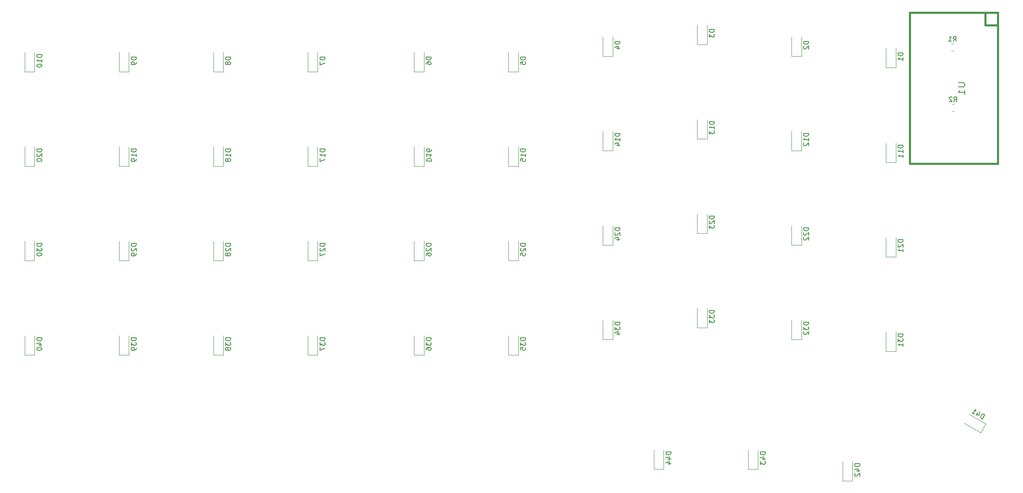
<source format=gbr>
%TF.GenerationSoftware,KiCad,Pcbnew,(5.1.9-0-10_14)*%
%TF.CreationDate,2021-04-10T22:10:23-05:00*%
%TF.ProjectId,wren-left,7772656e-2d6c-4656-9674-2e6b69636164,rev?*%
%TF.SameCoordinates,Original*%
%TF.FileFunction,Legend,Bot*%
%TF.FilePolarity,Positive*%
%FSLAX46Y46*%
G04 Gerber Fmt 4.6, Leading zero omitted, Abs format (unit mm)*
G04 Created by KiCad (PCBNEW (5.1.9-0-10_14)) date 2021-04-10 22:10:23*
%MOMM*%
%LPD*%
G01*
G04 APERTURE LIST*
%ADD10C,0.381000*%
%ADD11C,0.120000*%
%ADD12C,0.203200*%
%ADD13C,0.150000*%
G04 APERTURE END LIST*
D10*
%TO.C,U1*%
X232410000Y-26828750D02*
X250190000Y-26828750D01*
X250190000Y-26828750D02*
X250190000Y-57308750D01*
X250190000Y-57308750D02*
X232410000Y-57308750D01*
X232410000Y-57308750D02*
X232410000Y-26828750D01*
X247650000Y-26828750D02*
X247650000Y-29368750D01*
X247650000Y-29368750D02*
X250190000Y-29368750D01*
D11*
%TO.C,R2*%
X241400064Y-45239000D02*
X240945936Y-45239000D01*
X241400064Y-46709000D02*
X240945936Y-46709000D01*
%TO.C,R1*%
X241273064Y-33047000D02*
X240818936Y-33047000D01*
X241273064Y-34517000D02*
X240818936Y-34517000D01*
%TO.C,D44*%
X182768750Y-118931250D02*
X180768750Y-118931250D01*
X180768750Y-118931250D02*
X180768750Y-115031250D01*
X182768750Y-118931250D02*
X182768750Y-115031250D01*
%TO.C,D43*%
X201818750Y-118931250D02*
X199818750Y-118931250D01*
X199818750Y-118931250D02*
X199818750Y-115031250D01*
X201818750Y-118931250D02*
X201818750Y-115031250D01*
%TO.C,D42*%
X220868750Y-121312500D02*
X218868750Y-121312500D01*
X218868750Y-121312500D02*
X218868750Y-117412500D01*
X220868750Y-121312500D02*
X220868750Y-117412500D01*
%TO.C,D41*%
X247717307Y-109796475D02*
X246717307Y-111528525D01*
X246717307Y-111528525D02*
X243339808Y-109578525D01*
X247717307Y-109796475D02*
X244339808Y-107846475D01*
%TO.C,D40*%
X55768750Y-95912500D02*
X53768750Y-95912500D01*
X53768750Y-95912500D02*
X53768750Y-92012500D01*
X55768750Y-95912500D02*
X55768750Y-92012500D01*
%TO.C,D39*%
X74818750Y-95912500D02*
X72818750Y-95912500D01*
X72818750Y-95912500D02*
X72818750Y-92012500D01*
X74818750Y-95912500D02*
X74818750Y-92012500D01*
%TO.C,D38*%
X93868750Y-95912500D02*
X91868750Y-95912500D01*
X91868750Y-95912500D02*
X91868750Y-92012500D01*
X93868750Y-95912500D02*
X93868750Y-92012500D01*
%TO.C,D37*%
X112918750Y-95912500D02*
X110918750Y-95912500D01*
X110918750Y-95912500D02*
X110918750Y-92012500D01*
X112918750Y-95912500D02*
X112918750Y-92012500D01*
%TO.C,D36*%
X134350000Y-95912500D02*
X132350000Y-95912500D01*
X132350000Y-95912500D02*
X132350000Y-92012500D01*
X134350000Y-95912500D02*
X134350000Y-92012500D01*
%TO.C,D35*%
X153400000Y-95912500D02*
X151400000Y-95912500D01*
X151400000Y-95912500D02*
X151400000Y-92012500D01*
X153400000Y-95912500D02*
X153400000Y-92012500D01*
%TO.C,D34*%
X172450000Y-92737500D02*
X170450000Y-92737500D01*
X170450000Y-92737500D02*
X170450000Y-88837500D01*
X172450000Y-92737500D02*
X172450000Y-88837500D01*
%TO.C,D33*%
X191500000Y-90356250D02*
X189500000Y-90356250D01*
X189500000Y-90356250D02*
X189500000Y-86456250D01*
X191500000Y-90356250D02*
X191500000Y-86456250D01*
%TO.C,D32*%
X210550000Y-92737500D02*
X208550000Y-92737500D01*
X208550000Y-92737500D02*
X208550000Y-88837500D01*
X210550000Y-92737500D02*
X210550000Y-88837500D01*
%TO.C,D31*%
X229600000Y-95118750D02*
X227600000Y-95118750D01*
X227600000Y-95118750D02*
X227600000Y-91218750D01*
X229600000Y-95118750D02*
X229600000Y-91218750D01*
%TO.C,D30*%
X55768750Y-76862500D02*
X53768750Y-76862500D01*
X53768750Y-76862500D02*
X53768750Y-72962500D01*
X55768750Y-76862500D02*
X55768750Y-72962500D01*
%TO.C,D29*%
X74818750Y-76862500D02*
X72818750Y-76862500D01*
X72818750Y-76862500D02*
X72818750Y-72962500D01*
X74818750Y-76862500D02*
X74818750Y-72962500D01*
%TO.C,D28*%
X93868750Y-76862500D02*
X91868750Y-76862500D01*
X91868750Y-76862500D02*
X91868750Y-72962500D01*
X93868750Y-76862500D02*
X93868750Y-72962500D01*
%TO.C,D27*%
X112918750Y-76862500D02*
X110918750Y-76862500D01*
X110918750Y-76862500D02*
X110918750Y-72962500D01*
X112918750Y-76862500D02*
X112918750Y-72962500D01*
%TO.C,D26*%
X134350000Y-76862500D02*
X132350000Y-76862500D01*
X132350000Y-76862500D02*
X132350000Y-72962500D01*
X134350000Y-76862500D02*
X134350000Y-72962500D01*
%TO.C,D25*%
X153400000Y-76862500D02*
X151400000Y-76862500D01*
X151400000Y-76862500D02*
X151400000Y-72962500D01*
X153400000Y-76862500D02*
X153400000Y-72962500D01*
%TO.C,D24*%
X172450000Y-73687500D02*
X170450000Y-73687500D01*
X170450000Y-73687500D02*
X170450000Y-69787500D01*
X172450000Y-73687500D02*
X172450000Y-69787500D01*
%TO.C,D23*%
X191500000Y-71306250D02*
X189500000Y-71306250D01*
X189500000Y-71306250D02*
X189500000Y-67406250D01*
X191500000Y-71306250D02*
X191500000Y-67406250D01*
%TO.C,D22*%
X210550000Y-73687500D02*
X208550000Y-73687500D01*
X208550000Y-73687500D02*
X208550000Y-69787500D01*
X210550000Y-73687500D02*
X210550000Y-69787500D01*
%TO.C,D21*%
X229600000Y-76068750D02*
X227600000Y-76068750D01*
X227600000Y-76068750D02*
X227600000Y-72168750D01*
X229600000Y-76068750D02*
X229600000Y-72168750D01*
%TO.C,D20*%
X55768750Y-57812500D02*
X53768750Y-57812500D01*
X53768750Y-57812500D02*
X53768750Y-53912500D01*
X55768750Y-57812500D02*
X55768750Y-53912500D01*
%TO.C,D19*%
X74818750Y-57812500D02*
X72818750Y-57812500D01*
X72818750Y-57812500D02*
X72818750Y-53912500D01*
X74818750Y-57812500D02*
X74818750Y-53912500D01*
%TO.C,D18*%
X93868750Y-57812500D02*
X91868750Y-57812500D01*
X91868750Y-57812500D02*
X91868750Y-53912500D01*
X93868750Y-57812500D02*
X93868750Y-53912500D01*
%TO.C,D17*%
X112918750Y-57812500D02*
X110918750Y-57812500D01*
X110918750Y-57812500D02*
X110918750Y-53912500D01*
X112918750Y-57812500D02*
X112918750Y-53912500D01*
%TO.C,D16*%
X134350000Y-57812500D02*
X132350000Y-57812500D01*
X132350000Y-57812500D02*
X132350000Y-53912500D01*
X134350000Y-57812500D02*
X134350000Y-53912500D01*
%TO.C,D15*%
X153400000Y-57812500D02*
X151400000Y-57812500D01*
X151400000Y-57812500D02*
X151400000Y-53912500D01*
X153400000Y-57812500D02*
X153400000Y-53912500D01*
%TO.C,D14*%
X172450000Y-54637500D02*
X170450000Y-54637500D01*
X170450000Y-54637500D02*
X170450000Y-50737500D01*
X172450000Y-54637500D02*
X172450000Y-50737500D01*
%TO.C,D13*%
X191500000Y-52256250D02*
X189500000Y-52256250D01*
X189500000Y-52256250D02*
X189500000Y-48356250D01*
X191500000Y-52256250D02*
X191500000Y-48356250D01*
%TO.C,D12*%
X210550000Y-54637500D02*
X208550000Y-54637500D01*
X208550000Y-54637500D02*
X208550000Y-50737500D01*
X210550000Y-54637500D02*
X210550000Y-50737500D01*
%TO.C,D11*%
X229600000Y-57018750D02*
X227600000Y-57018750D01*
X227600000Y-57018750D02*
X227600000Y-53118750D01*
X229600000Y-57018750D02*
X229600000Y-53118750D01*
%TO.C,D10*%
X55768750Y-38762500D02*
X53768750Y-38762500D01*
X53768750Y-38762500D02*
X53768750Y-34862500D01*
X55768750Y-38762500D02*
X55768750Y-34862500D01*
%TO.C,D9*%
X74818750Y-38762500D02*
X72818750Y-38762500D01*
X72818750Y-38762500D02*
X72818750Y-34862500D01*
X74818750Y-38762500D02*
X74818750Y-34862500D01*
%TO.C,D8*%
X93868750Y-38762500D02*
X91868750Y-38762500D01*
X91868750Y-38762500D02*
X91868750Y-34862500D01*
X93868750Y-38762500D02*
X93868750Y-34862500D01*
%TO.C,D7*%
X112918750Y-38762500D02*
X110918750Y-38762500D01*
X110918750Y-38762500D02*
X110918750Y-34862500D01*
X112918750Y-38762500D02*
X112918750Y-34862500D01*
%TO.C,D6*%
X134350000Y-38762500D02*
X132350000Y-38762500D01*
X132350000Y-38762500D02*
X132350000Y-34862500D01*
X134350000Y-38762500D02*
X134350000Y-34862500D01*
%TO.C,D5*%
X153400000Y-38762500D02*
X151400000Y-38762500D01*
X151400000Y-38762500D02*
X151400000Y-34862500D01*
X153400000Y-38762500D02*
X153400000Y-34862500D01*
%TO.C,D4*%
X172450000Y-35587500D02*
X170450000Y-35587500D01*
X170450000Y-35587500D02*
X170450000Y-31687500D01*
X172450000Y-35587500D02*
X172450000Y-31687500D01*
%TO.C,D3*%
X191500000Y-33206250D02*
X189500000Y-33206250D01*
X189500000Y-33206250D02*
X189500000Y-29306250D01*
X191500000Y-33206250D02*
X191500000Y-29306250D01*
%TO.C,D2*%
X210550000Y-35587500D02*
X208550000Y-35587500D01*
X208550000Y-35587500D02*
X208550000Y-31687500D01*
X210550000Y-35587500D02*
X210550000Y-31687500D01*
%TO.C,D1*%
X229600000Y-37906250D02*
X227600000Y-37906250D01*
X227600000Y-37906250D02*
X227600000Y-34006250D01*
X229600000Y-37906250D02*
X229600000Y-34006250D01*
%TO.C,U1*%
D12*
X242229523Y-40907607D02*
X243257619Y-40907607D01*
X243378571Y-40980178D01*
X243439047Y-41052750D01*
X243499523Y-41197892D01*
X243499523Y-41488178D01*
X243439047Y-41633321D01*
X243378571Y-41705892D01*
X243257619Y-41778464D01*
X242229523Y-41778464D01*
X243499523Y-43302464D02*
X243499523Y-42431607D01*
X243499523Y-42867035D02*
X242229523Y-42867035D01*
X242410952Y-42721892D01*
X242531904Y-42576750D01*
X242592380Y-42431607D01*
%TO.C,R2*%
D13*
X241339666Y-44776380D02*
X241673000Y-44300190D01*
X241911095Y-44776380D02*
X241911095Y-43776380D01*
X241530142Y-43776380D01*
X241434904Y-43824000D01*
X241387285Y-43871619D01*
X241339666Y-43966857D01*
X241339666Y-44109714D01*
X241387285Y-44204952D01*
X241434904Y-44252571D01*
X241530142Y-44300190D01*
X241911095Y-44300190D01*
X240958714Y-43871619D02*
X240911095Y-43824000D01*
X240815857Y-43776380D01*
X240577761Y-43776380D01*
X240482523Y-43824000D01*
X240434904Y-43871619D01*
X240387285Y-43966857D01*
X240387285Y-44062095D01*
X240434904Y-44204952D01*
X241006333Y-44776380D01*
X240387285Y-44776380D01*
%TO.C,R1*%
X241212666Y-32584380D02*
X241546000Y-32108190D01*
X241784095Y-32584380D02*
X241784095Y-31584380D01*
X241403142Y-31584380D01*
X241307904Y-31632000D01*
X241260285Y-31679619D01*
X241212666Y-31774857D01*
X241212666Y-31917714D01*
X241260285Y-32012952D01*
X241307904Y-32060571D01*
X241403142Y-32108190D01*
X241784095Y-32108190D01*
X240260285Y-32584380D02*
X240831714Y-32584380D01*
X240546000Y-32584380D02*
X240546000Y-31584380D01*
X240641238Y-31727238D01*
X240736476Y-31822476D01*
X240831714Y-31870095D01*
%TO.C,D44*%
X184221130Y-115466964D02*
X183221130Y-115466964D01*
X183221130Y-115705059D01*
X183268750Y-115847916D01*
X183363988Y-115943154D01*
X183459226Y-115990773D01*
X183649702Y-116038392D01*
X183792559Y-116038392D01*
X183983035Y-115990773D01*
X184078273Y-115943154D01*
X184173511Y-115847916D01*
X184221130Y-115705059D01*
X184221130Y-115466964D01*
X183554464Y-116895535D02*
X184221130Y-116895535D01*
X183173511Y-116657440D02*
X183887797Y-116419345D01*
X183887797Y-117038392D01*
X183554464Y-117847916D02*
X184221130Y-117847916D01*
X183173511Y-117609821D02*
X183887797Y-117371726D01*
X183887797Y-117990773D01*
%TO.C,D43*%
X203271130Y-115466964D02*
X202271130Y-115466964D01*
X202271130Y-115705059D01*
X202318750Y-115847916D01*
X202413988Y-115943154D01*
X202509226Y-115990773D01*
X202699702Y-116038392D01*
X202842559Y-116038392D01*
X203033035Y-115990773D01*
X203128273Y-115943154D01*
X203223511Y-115847916D01*
X203271130Y-115705059D01*
X203271130Y-115466964D01*
X202604464Y-116895535D02*
X203271130Y-116895535D01*
X202223511Y-116657440D02*
X202937797Y-116419345D01*
X202937797Y-117038392D01*
X202271130Y-117324107D02*
X202271130Y-117943154D01*
X202652083Y-117609821D01*
X202652083Y-117752678D01*
X202699702Y-117847916D01*
X202747321Y-117895535D01*
X202842559Y-117943154D01*
X203080654Y-117943154D01*
X203175892Y-117895535D01*
X203223511Y-117847916D01*
X203271130Y-117752678D01*
X203271130Y-117466964D01*
X203223511Y-117371726D01*
X203175892Y-117324107D01*
%TO.C,D42*%
X222321130Y-117848214D02*
X221321130Y-117848214D01*
X221321130Y-118086309D01*
X221368750Y-118229166D01*
X221463988Y-118324404D01*
X221559226Y-118372023D01*
X221749702Y-118419642D01*
X221892559Y-118419642D01*
X222083035Y-118372023D01*
X222178273Y-118324404D01*
X222273511Y-118229166D01*
X222321130Y-118086309D01*
X222321130Y-117848214D01*
X221654464Y-119276785D02*
X222321130Y-119276785D01*
X221273511Y-119038690D02*
X221987797Y-118800595D01*
X221987797Y-119419642D01*
X221416369Y-119752976D02*
X221368750Y-119800595D01*
X221321130Y-119895833D01*
X221321130Y-120133928D01*
X221368750Y-120229166D01*
X221416369Y-120276785D01*
X221511607Y-120324404D01*
X221606845Y-120324404D01*
X221749702Y-120276785D01*
X222321130Y-119705357D01*
X222321130Y-120324404D01*
%TO.C,D41*%
X247094161Y-108804365D02*
X247594161Y-107938339D01*
X247387965Y-107819292D01*
X247240437Y-107789102D01*
X247110340Y-107823962D01*
X247021481Y-107882631D01*
X246885004Y-108023779D01*
X246813575Y-108147497D01*
X246759577Y-108336263D01*
X246753197Y-108442552D01*
X246788056Y-108572649D01*
X246887965Y-108685317D01*
X247094161Y-108804365D01*
X246190315Y-107512729D02*
X245856982Y-108090079D01*
X246586988Y-107301862D02*
X246436042Y-108039499D01*
X245899931Y-107729975D01*
X244949717Y-107566270D02*
X245444589Y-107851984D01*
X245197153Y-107709127D02*
X245697153Y-106843101D01*
X245708203Y-107014438D01*
X245743063Y-107144536D01*
X245801732Y-107233394D01*
%TO.C,D40*%
X57221130Y-92448214D02*
X56221130Y-92448214D01*
X56221130Y-92686309D01*
X56268750Y-92829166D01*
X56363988Y-92924404D01*
X56459226Y-92972023D01*
X56649702Y-93019642D01*
X56792559Y-93019642D01*
X56983035Y-92972023D01*
X57078273Y-92924404D01*
X57173511Y-92829166D01*
X57221130Y-92686309D01*
X57221130Y-92448214D01*
X56554464Y-93876785D02*
X57221130Y-93876785D01*
X56173511Y-93638690D02*
X56887797Y-93400595D01*
X56887797Y-94019642D01*
X56221130Y-94591071D02*
X56221130Y-94686309D01*
X56268750Y-94781547D01*
X56316369Y-94829166D01*
X56411607Y-94876785D01*
X56602083Y-94924404D01*
X56840178Y-94924404D01*
X57030654Y-94876785D01*
X57125892Y-94829166D01*
X57173511Y-94781547D01*
X57221130Y-94686309D01*
X57221130Y-94591071D01*
X57173511Y-94495833D01*
X57125892Y-94448214D01*
X57030654Y-94400595D01*
X56840178Y-94352976D01*
X56602083Y-94352976D01*
X56411607Y-94400595D01*
X56316369Y-94448214D01*
X56268750Y-94495833D01*
X56221130Y-94591071D01*
%TO.C,D39*%
X76271130Y-92448214D02*
X75271130Y-92448214D01*
X75271130Y-92686309D01*
X75318750Y-92829166D01*
X75413988Y-92924404D01*
X75509226Y-92972023D01*
X75699702Y-93019642D01*
X75842559Y-93019642D01*
X76033035Y-92972023D01*
X76128273Y-92924404D01*
X76223511Y-92829166D01*
X76271130Y-92686309D01*
X76271130Y-92448214D01*
X75271130Y-93352976D02*
X75271130Y-93972023D01*
X75652083Y-93638690D01*
X75652083Y-93781547D01*
X75699702Y-93876785D01*
X75747321Y-93924404D01*
X75842559Y-93972023D01*
X76080654Y-93972023D01*
X76175892Y-93924404D01*
X76223511Y-93876785D01*
X76271130Y-93781547D01*
X76271130Y-93495833D01*
X76223511Y-93400595D01*
X76175892Y-93352976D01*
X76271130Y-94448214D02*
X76271130Y-94638690D01*
X76223511Y-94733928D01*
X76175892Y-94781547D01*
X76033035Y-94876785D01*
X75842559Y-94924404D01*
X75461607Y-94924404D01*
X75366369Y-94876785D01*
X75318750Y-94829166D01*
X75271130Y-94733928D01*
X75271130Y-94543452D01*
X75318750Y-94448214D01*
X75366369Y-94400595D01*
X75461607Y-94352976D01*
X75699702Y-94352976D01*
X75794940Y-94400595D01*
X75842559Y-94448214D01*
X75890178Y-94543452D01*
X75890178Y-94733928D01*
X75842559Y-94829166D01*
X75794940Y-94876785D01*
X75699702Y-94924404D01*
%TO.C,D38*%
X95321130Y-92448214D02*
X94321130Y-92448214D01*
X94321130Y-92686309D01*
X94368750Y-92829166D01*
X94463988Y-92924404D01*
X94559226Y-92972023D01*
X94749702Y-93019642D01*
X94892559Y-93019642D01*
X95083035Y-92972023D01*
X95178273Y-92924404D01*
X95273511Y-92829166D01*
X95321130Y-92686309D01*
X95321130Y-92448214D01*
X94321130Y-93352976D02*
X94321130Y-93972023D01*
X94702083Y-93638690D01*
X94702083Y-93781547D01*
X94749702Y-93876785D01*
X94797321Y-93924404D01*
X94892559Y-93972023D01*
X95130654Y-93972023D01*
X95225892Y-93924404D01*
X95273511Y-93876785D01*
X95321130Y-93781547D01*
X95321130Y-93495833D01*
X95273511Y-93400595D01*
X95225892Y-93352976D01*
X94749702Y-94543452D02*
X94702083Y-94448214D01*
X94654464Y-94400595D01*
X94559226Y-94352976D01*
X94511607Y-94352976D01*
X94416369Y-94400595D01*
X94368750Y-94448214D01*
X94321130Y-94543452D01*
X94321130Y-94733928D01*
X94368750Y-94829166D01*
X94416369Y-94876785D01*
X94511607Y-94924404D01*
X94559226Y-94924404D01*
X94654464Y-94876785D01*
X94702083Y-94829166D01*
X94749702Y-94733928D01*
X94749702Y-94543452D01*
X94797321Y-94448214D01*
X94844940Y-94400595D01*
X94940178Y-94352976D01*
X95130654Y-94352976D01*
X95225892Y-94400595D01*
X95273511Y-94448214D01*
X95321130Y-94543452D01*
X95321130Y-94733928D01*
X95273511Y-94829166D01*
X95225892Y-94876785D01*
X95130654Y-94924404D01*
X94940178Y-94924404D01*
X94844940Y-94876785D01*
X94797321Y-94829166D01*
X94749702Y-94733928D01*
%TO.C,D37*%
X114371130Y-92448214D02*
X113371130Y-92448214D01*
X113371130Y-92686309D01*
X113418750Y-92829166D01*
X113513988Y-92924404D01*
X113609226Y-92972023D01*
X113799702Y-93019642D01*
X113942559Y-93019642D01*
X114133035Y-92972023D01*
X114228273Y-92924404D01*
X114323511Y-92829166D01*
X114371130Y-92686309D01*
X114371130Y-92448214D01*
X113371130Y-93352976D02*
X113371130Y-93972023D01*
X113752083Y-93638690D01*
X113752083Y-93781547D01*
X113799702Y-93876785D01*
X113847321Y-93924404D01*
X113942559Y-93972023D01*
X114180654Y-93972023D01*
X114275892Y-93924404D01*
X114323511Y-93876785D01*
X114371130Y-93781547D01*
X114371130Y-93495833D01*
X114323511Y-93400595D01*
X114275892Y-93352976D01*
X113371130Y-94305357D02*
X113371130Y-94972023D01*
X114371130Y-94543452D01*
%TO.C,D36*%
X135802380Y-92448214D02*
X134802380Y-92448214D01*
X134802380Y-92686309D01*
X134850000Y-92829166D01*
X134945238Y-92924404D01*
X135040476Y-92972023D01*
X135230952Y-93019642D01*
X135373809Y-93019642D01*
X135564285Y-92972023D01*
X135659523Y-92924404D01*
X135754761Y-92829166D01*
X135802380Y-92686309D01*
X135802380Y-92448214D01*
X134802380Y-93352976D02*
X134802380Y-93972023D01*
X135183333Y-93638690D01*
X135183333Y-93781547D01*
X135230952Y-93876785D01*
X135278571Y-93924404D01*
X135373809Y-93972023D01*
X135611904Y-93972023D01*
X135707142Y-93924404D01*
X135754761Y-93876785D01*
X135802380Y-93781547D01*
X135802380Y-93495833D01*
X135754761Y-93400595D01*
X135707142Y-93352976D01*
X134802380Y-94829166D02*
X134802380Y-94638690D01*
X134850000Y-94543452D01*
X134897619Y-94495833D01*
X135040476Y-94400595D01*
X135230952Y-94352976D01*
X135611904Y-94352976D01*
X135707142Y-94400595D01*
X135754761Y-94448214D01*
X135802380Y-94543452D01*
X135802380Y-94733928D01*
X135754761Y-94829166D01*
X135707142Y-94876785D01*
X135611904Y-94924404D01*
X135373809Y-94924404D01*
X135278571Y-94876785D01*
X135230952Y-94829166D01*
X135183333Y-94733928D01*
X135183333Y-94543452D01*
X135230952Y-94448214D01*
X135278571Y-94400595D01*
X135373809Y-94352976D01*
%TO.C,D35*%
X154852380Y-92448214D02*
X153852380Y-92448214D01*
X153852380Y-92686309D01*
X153900000Y-92829166D01*
X153995238Y-92924404D01*
X154090476Y-92972023D01*
X154280952Y-93019642D01*
X154423809Y-93019642D01*
X154614285Y-92972023D01*
X154709523Y-92924404D01*
X154804761Y-92829166D01*
X154852380Y-92686309D01*
X154852380Y-92448214D01*
X153852380Y-93352976D02*
X153852380Y-93972023D01*
X154233333Y-93638690D01*
X154233333Y-93781547D01*
X154280952Y-93876785D01*
X154328571Y-93924404D01*
X154423809Y-93972023D01*
X154661904Y-93972023D01*
X154757142Y-93924404D01*
X154804761Y-93876785D01*
X154852380Y-93781547D01*
X154852380Y-93495833D01*
X154804761Y-93400595D01*
X154757142Y-93352976D01*
X153852380Y-94876785D02*
X153852380Y-94400595D01*
X154328571Y-94352976D01*
X154280952Y-94400595D01*
X154233333Y-94495833D01*
X154233333Y-94733928D01*
X154280952Y-94829166D01*
X154328571Y-94876785D01*
X154423809Y-94924404D01*
X154661904Y-94924404D01*
X154757142Y-94876785D01*
X154804761Y-94829166D01*
X154852380Y-94733928D01*
X154852380Y-94495833D01*
X154804761Y-94400595D01*
X154757142Y-94352976D01*
%TO.C,D34*%
X173902380Y-89273214D02*
X172902380Y-89273214D01*
X172902380Y-89511309D01*
X172950000Y-89654166D01*
X173045238Y-89749404D01*
X173140476Y-89797023D01*
X173330952Y-89844642D01*
X173473809Y-89844642D01*
X173664285Y-89797023D01*
X173759523Y-89749404D01*
X173854761Y-89654166D01*
X173902380Y-89511309D01*
X173902380Y-89273214D01*
X172902380Y-90177976D02*
X172902380Y-90797023D01*
X173283333Y-90463690D01*
X173283333Y-90606547D01*
X173330952Y-90701785D01*
X173378571Y-90749404D01*
X173473809Y-90797023D01*
X173711904Y-90797023D01*
X173807142Y-90749404D01*
X173854761Y-90701785D01*
X173902380Y-90606547D01*
X173902380Y-90320833D01*
X173854761Y-90225595D01*
X173807142Y-90177976D01*
X173235714Y-91654166D02*
X173902380Y-91654166D01*
X172854761Y-91416071D02*
X173569047Y-91177976D01*
X173569047Y-91797023D01*
%TO.C,D33*%
X192952380Y-86891964D02*
X191952380Y-86891964D01*
X191952380Y-87130059D01*
X192000000Y-87272916D01*
X192095238Y-87368154D01*
X192190476Y-87415773D01*
X192380952Y-87463392D01*
X192523809Y-87463392D01*
X192714285Y-87415773D01*
X192809523Y-87368154D01*
X192904761Y-87272916D01*
X192952380Y-87130059D01*
X192952380Y-86891964D01*
X191952380Y-87796726D02*
X191952380Y-88415773D01*
X192333333Y-88082440D01*
X192333333Y-88225297D01*
X192380952Y-88320535D01*
X192428571Y-88368154D01*
X192523809Y-88415773D01*
X192761904Y-88415773D01*
X192857142Y-88368154D01*
X192904761Y-88320535D01*
X192952380Y-88225297D01*
X192952380Y-87939583D01*
X192904761Y-87844345D01*
X192857142Y-87796726D01*
X191952380Y-88749107D02*
X191952380Y-89368154D01*
X192333333Y-89034821D01*
X192333333Y-89177678D01*
X192380952Y-89272916D01*
X192428571Y-89320535D01*
X192523809Y-89368154D01*
X192761904Y-89368154D01*
X192857142Y-89320535D01*
X192904761Y-89272916D01*
X192952380Y-89177678D01*
X192952380Y-88891964D01*
X192904761Y-88796726D01*
X192857142Y-88749107D01*
%TO.C,D32*%
X212002380Y-89273214D02*
X211002380Y-89273214D01*
X211002380Y-89511309D01*
X211050000Y-89654166D01*
X211145238Y-89749404D01*
X211240476Y-89797023D01*
X211430952Y-89844642D01*
X211573809Y-89844642D01*
X211764285Y-89797023D01*
X211859523Y-89749404D01*
X211954761Y-89654166D01*
X212002380Y-89511309D01*
X212002380Y-89273214D01*
X211002380Y-90177976D02*
X211002380Y-90797023D01*
X211383333Y-90463690D01*
X211383333Y-90606547D01*
X211430952Y-90701785D01*
X211478571Y-90749404D01*
X211573809Y-90797023D01*
X211811904Y-90797023D01*
X211907142Y-90749404D01*
X211954761Y-90701785D01*
X212002380Y-90606547D01*
X212002380Y-90320833D01*
X211954761Y-90225595D01*
X211907142Y-90177976D01*
X211097619Y-91177976D02*
X211050000Y-91225595D01*
X211002380Y-91320833D01*
X211002380Y-91558928D01*
X211050000Y-91654166D01*
X211097619Y-91701785D01*
X211192857Y-91749404D01*
X211288095Y-91749404D01*
X211430952Y-91701785D01*
X212002380Y-91130357D01*
X212002380Y-91749404D01*
%TO.C,D31*%
X231052380Y-91654464D02*
X230052380Y-91654464D01*
X230052380Y-91892559D01*
X230100000Y-92035416D01*
X230195238Y-92130654D01*
X230290476Y-92178273D01*
X230480952Y-92225892D01*
X230623809Y-92225892D01*
X230814285Y-92178273D01*
X230909523Y-92130654D01*
X231004761Y-92035416D01*
X231052380Y-91892559D01*
X231052380Y-91654464D01*
X230052380Y-92559226D02*
X230052380Y-93178273D01*
X230433333Y-92844940D01*
X230433333Y-92987797D01*
X230480952Y-93083035D01*
X230528571Y-93130654D01*
X230623809Y-93178273D01*
X230861904Y-93178273D01*
X230957142Y-93130654D01*
X231004761Y-93083035D01*
X231052380Y-92987797D01*
X231052380Y-92702083D01*
X231004761Y-92606845D01*
X230957142Y-92559226D01*
X231052380Y-94130654D02*
X231052380Y-93559226D01*
X231052380Y-93844940D02*
X230052380Y-93844940D01*
X230195238Y-93749702D01*
X230290476Y-93654464D01*
X230338095Y-93559226D01*
%TO.C,D30*%
X57221130Y-73398214D02*
X56221130Y-73398214D01*
X56221130Y-73636309D01*
X56268750Y-73779166D01*
X56363988Y-73874404D01*
X56459226Y-73922023D01*
X56649702Y-73969642D01*
X56792559Y-73969642D01*
X56983035Y-73922023D01*
X57078273Y-73874404D01*
X57173511Y-73779166D01*
X57221130Y-73636309D01*
X57221130Y-73398214D01*
X56221130Y-74302976D02*
X56221130Y-74922023D01*
X56602083Y-74588690D01*
X56602083Y-74731547D01*
X56649702Y-74826785D01*
X56697321Y-74874404D01*
X56792559Y-74922023D01*
X57030654Y-74922023D01*
X57125892Y-74874404D01*
X57173511Y-74826785D01*
X57221130Y-74731547D01*
X57221130Y-74445833D01*
X57173511Y-74350595D01*
X57125892Y-74302976D01*
X56221130Y-75541071D02*
X56221130Y-75636309D01*
X56268750Y-75731547D01*
X56316369Y-75779166D01*
X56411607Y-75826785D01*
X56602083Y-75874404D01*
X56840178Y-75874404D01*
X57030654Y-75826785D01*
X57125892Y-75779166D01*
X57173511Y-75731547D01*
X57221130Y-75636309D01*
X57221130Y-75541071D01*
X57173511Y-75445833D01*
X57125892Y-75398214D01*
X57030654Y-75350595D01*
X56840178Y-75302976D01*
X56602083Y-75302976D01*
X56411607Y-75350595D01*
X56316369Y-75398214D01*
X56268750Y-75445833D01*
X56221130Y-75541071D01*
%TO.C,D29*%
X76271130Y-73398214D02*
X75271130Y-73398214D01*
X75271130Y-73636309D01*
X75318750Y-73779166D01*
X75413988Y-73874404D01*
X75509226Y-73922023D01*
X75699702Y-73969642D01*
X75842559Y-73969642D01*
X76033035Y-73922023D01*
X76128273Y-73874404D01*
X76223511Y-73779166D01*
X76271130Y-73636309D01*
X76271130Y-73398214D01*
X75366369Y-74350595D02*
X75318750Y-74398214D01*
X75271130Y-74493452D01*
X75271130Y-74731547D01*
X75318750Y-74826785D01*
X75366369Y-74874404D01*
X75461607Y-74922023D01*
X75556845Y-74922023D01*
X75699702Y-74874404D01*
X76271130Y-74302976D01*
X76271130Y-74922023D01*
X76271130Y-75398214D02*
X76271130Y-75588690D01*
X76223511Y-75683928D01*
X76175892Y-75731547D01*
X76033035Y-75826785D01*
X75842559Y-75874404D01*
X75461607Y-75874404D01*
X75366369Y-75826785D01*
X75318750Y-75779166D01*
X75271130Y-75683928D01*
X75271130Y-75493452D01*
X75318750Y-75398214D01*
X75366369Y-75350595D01*
X75461607Y-75302976D01*
X75699702Y-75302976D01*
X75794940Y-75350595D01*
X75842559Y-75398214D01*
X75890178Y-75493452D01*
X75890178Y-75683928D01*
X75842559Y-75779166D01*
X75794940Y-75826785D01*
X75699702Y-75874404D01*
%TO.C,D28*%
X95321130Y-73398214D02*
X94321130Y-73398214D01*
X94321130Y-73636309D01*
X94368750Y-73779166D01*
X94463988Y-73874404D01*
X94559226Y-73922023D01*
X94749702Y-73969642D01*
X94892559Y-73969642D01*
X95083035Y-73922023D01*
X95178273Y-73874404D01*
X95273511Y-73779166D01*
X95321130Y-73636309D01*
X95321130Y-73398214D01*
X94416369Y-74350595D02*
X94368750Y-74398214D01*
X94321130Y-74493452D01*
X94321130Y-74731547D01*
X94368750Y-74826785D01*
X94416369Y-74874404D01*
X94511607Y-74922023D01*
X94606845Y-74922023D01*
X94749702Y-74874404D01*
X95321130Y-74302976D01*
X95321130Y-74922023D01*
X94749702Y-75493452D02*
X94702083Y-75398214D01*
X94654464Y-75350595D01*
X94559226Y-75302976D01*
X94511607Y-75302976D01*
X94416369Y-75350595D01*
X94368750Y-75398214D01*
X94321130Y-75493452D01*
X94321130Y-75683928D01*
X94368750Y-75779166D01*
X94416369Y-75826785D01*
X94511607Y-75874404D01*
X94559226Y-75874404D01*
X94654464Y-75826785D01*
X94702083Y-75779166D01*
X94749702Y-75683928D01*
X94749702Y-75493452D01*
X94797321Y-75398214D01*
X94844940Y-75350595D01*
X94940178Y-75302976D01*
X95130654Y-75302976D01*
X95225892Y-75350595D01*
X95273511Y-75398214D01*
X95321130Y-75493452D01*
X95321130Y-75683928D01*
X95273511Y-75779166D01*
X95225892Y-75826785D01*
X95130654Y-75874404D01*
X94940178Y-75874404D01*
X94844940Y-75826785D01*
X94797321Y-75779166D01*
X94749702Y-75683928D01*
%TO.C,D27*%
X114371130Y-73398214D02*
X113371130Y-73398214D01*
X113371130Y-73636309D01*
X113418750Y-73779166D01*
X113513988Y-73874404D01*
X113609226Y-73922023D01*
X113799702Y-73969642D01*
X113942559Y-73969642D01*
X114133035Y-73922023D01*
X114228273Y-73874404D01*
X114323511Y-73779166D01*
X114371130Y-73636309D01*
X114371130Y-73398214D01*
X113466369Y-74350595D02*
X113418750Y-74398214D01*
X113371130Y-74493452D01*
X113371130Y-74731547D01*
X113418750Y-74826785D01*
X113466369Y-74874404D01*
X113561607Y-74922023D01*
X113656845Y-74922023D01*
X113799702Y-74874404D01*
X114371130Y-74302976D01*
X114371130Y-74922023D01*
X113371130Y-75255357D02*
X113371130Y-75922023D01*
X114371130Y-75493452D01*
%TO.C,D26*%
X135802380Y-73398214D02*
X134802380Y-73398214D01*
X134802380Y-73636309D01*
X134850000Y-73779166D01*
X134945238Y-73874404D01*
X135040476Y-73922023D01*
X135230952Y-73969642D01*
X135373809Y-73969642D01*
X135564285Y-73922023D01*
X135659523Y-73874404D01*
X135754761Y-73779166D01*
X135802380Y-73636309D01*
X135802380Y-73398214D01*
X134897619Y-74350595D02*
X134850000Y-74398214D01*
X134802380Y-74493452D01*
X134802380Y-74731547D01*
X134850000Y-74826785D01*
X134897619Y-74874404D01*
X134992857Y-74922023D01*
X135088095Y-74922023D01*
X135230952Y-74874404D01*
X135802380Y-74302976D01*
X135802380Y-74922023D01*
X134802380Y-75779166D02*
X134802380Y-75588690D01*
X134850000Y-75493452D01*
X134897619Y-75445833D01*
X135040476Y-75350595D01*
X135230952Y-75302976D01*
X135611904Y-75302976D01*
X135707142Y-75350595D01*
X135754761Y-75398214D01*
X135802380Y-75493452D01*
X135802380Y-75683928D01*
X135754761Y-75779166D01*
X135707142Y-75826785D01*
X135611904Y-75874404D01*
X135373809Y-75874404D01*
X135278571Y-75826785D01*
X135230952Y-75779166D01*
X135183333Y-75683928D01*
X135183333Y-75493452D01*
X135230952Y-75398214D01*
X135278571Y-75350595D01*
X135373809Y-75302976D01*
%TO.C,D25*%
X154852380Y-73398214D02*
X153852380Y-73398214D01*
X153852380Y-73636309D01*
X153900000Y-73779166D01*
X153995238Y-73874404D01*
X154090476Y-73922023D01*
X154280952Y-73969642D01*
X154423809Y-73969642D01*
X154614285Y-73922023D01*
X154709523Y-73874404D01*
X154804761Y-73779166D01*
X154852380Y-73636309D01*
X154852380Y-73398214D01*
X153947619Y-74350595D02*
X153900000Y-74398214D01*
X153852380Y-74493452D01*
X153852380Y-74731547D01*
X153900000Y-74826785D01*
X153947619Y-74874404D01*
X154042857Y-74922023D01*
X154138095Y-74922023D01*
X154280952Y-74874404D01*
X154852380Y-74302976D01*
X154852380Y-74922023D01*
X153852380Y-75826785D02*
X153852380Y-75350595D01*
X154328571Y-75302976D01*
X154280952Y-75350595D01*
X154233333Y-75445833D01*
X154233333Y-75683928D01*
X154280952Y-75779166D01*
X154328571Y-75826785D01*
X154423809Y-75874404D01*
X154661904Y-75874404D01*
X154757142Y-75826785D01*
X154804761Y-75779166D01*
X154852380Y-75683928D01*
X154852380Y-75445833D01*
X154804761Y-75350595D01*
X154757142Y-75302976D01*
%TO.C,D24*%
X173902380Y-70223214D02*
X172902380Y-70223214D01*
X172902380Y-70461309D01*
X172950000Y-70604166D01*
X173045238Y-70699404D01*
X173140476Y-70747023D01*
X173330952Y-70794642D01*
X173473809Y-70794642D01*
X173664285Y-70747023D01*
X173759523Y-70699404D01*
X173854761Y-70604166D01*
X173902380Y-70461309D01*
X173902380Y-70223214D01*
X172997619Y-71175595D02*
X172950000Y-71223214D01*
X172902380Y-71318452D01*
X172902380Y-71556547D01*
X172950000Y-71651785D01*
X172997619Y-71699404D01*
X173092857Y-71747023D01*
X173188095Y-71747023D01*
X173330952Y-71699404D01*
X173902380Y-71127976D01*
X173902380Y-71747023D01*
X173235714Y-72604166D02*
X173902380Y-72604166D01*
X172854761Y-72366071D02*
X173569047Y-72127976D01*
X173569047Y-72747023D01*
%TO.C,D23*%
X192952380Y-67841964D02*
X191952380Y-67841964D01*
X191952380Y-68080059D01*
X192000000Y-68222916D01*
X192095238Y-68318154D01*
X192190476Y-68365773D01*
X192380952Y-68413392D01*
X192523809Y-68413392D01*
X192714285Y-68365773D01*
X192809523Y-68318154D01*
X192904761Y-68222916D01*
X192952380Y-68080059D01*
X192952380Y-67841964D01*
X192047619Y-68794345D02*
X192000000Y-68841964D01*
X191952380Y-68937202D01*
X191952380Y-69175297D01*
X192000000Y-69270535D01*
X192047619Y-69318154D01*
X192142857Y-69365773D01*
X192238095Y-69365773D01*
X192380952Y-69318154D01*
X192952380Y-68746726D01*
X192952380Y-69365773D01*
X191952380Y-69699107D02*
X191952380Y-70318154D01*
X192333333Y-69984821D01*
X192333333Y-70127678D01*
X192380952Y-70222916D01*
X192428571Y-70270535D01*
X192523809Y-70318154D01*
X192761904Y-70318154D01*
X192857142Y-70270535D01*
X192904761Y-70222916D01*
X192952380Y-70127678D01*
X192952380Y-69841964D01*
X192904761Y-69746726D01*
X192857142Y-69699107D01*
%TO.C,D22*%
X212002380Y-70223214D02*
X211002380Y-70223214D01*
X211002380Y-70461309D01*
X211050000Y-70604166D01*
X211145238Y-70699404D01*
X211240476Y-70747023D01*
X211430952Y-70794642D01*
X211573809Y-70794642D01*
X211764285Y-70747023D01*
X211859523Y-70699404D01*
X211954761Y-70604166D01*
X212002380Y-70461309D01*
X212002380Y-70223214D01*
X211097619Y-71175595D02*
X211050000Y-71223214D01*
X211002380Y-71318452D01*
X211002380Y-71556547D01*
X211050000Y-71651785D01*
X211097619Y-71699404D01*
X211192857Y-71747023D01*
X211288095Y-71747023D01*
X211430952Y-71699404D01*
X212002380Y-71127976D01*
X212002380Y-71747023D01*
X211097619Y-72127976D02*
X211050000Y-72175595D01*
X211002380Y-72270833D01*
X211002380Y-72508928D01*
X211050000Y-72604166D01*
X211097619Y-72651785D01*
X211192857Y-72699404D01*
X211288095Y-72699404D01*
X211430952Y-72651785D01*
X212002380Y-72080357D01*
X212002380Y-72699404D01*
%TO.C,D21*%
X231052380Y-72604464D02*
X230052380Y-72604464D01*
X230052380Y-72842559D01*
X230100000Y-72985416D01*
X230195238Y-73080654D01*
X230290476Y-73128273D01*
X230480952Y-73175892D01*
X230623809Y-73175892D01*
X230814285Y-73128273D01*
X230909523Y-73080654D01*
X231004761Y-72985416D01*
X231052380Y-72842559D01*
X231052380Y-72604464D01*
X230147619Y-73556845D02*
X230100000Y-73604464D01*
X230052380Y-73699702D01*
X230052380Y-73937797D01*
X230100000Y-74033035D01*
X230147619Y-74080654D01*
X230242857Y-74128273D01*
X230338095Y-74128273D01*
X230480952Y-74080654D01*
X231052380Y-73509226D01*
X231052380Y-74128273D01*
X231052380Y-75080654D02*
X231052380Y-74509226D01*
X231052380Y-74794940D02*
X230052380Y-74794940D01*
X230195238Y-74699702D01*
X230290476Y-74604464D01*
X230338095Y-74509226D01*
%TO.C,D20*%
X57221130Y-54348214D02*
X56221130Y-54348214D01*
X56221130Y-54586309D01*
X56268750Y-54729166D01*
X56363988Y-54824404D01*
X56459226Y-54872023D01*
X56649702Y-54919642D01*
X56792559Y-54919642D01*
X56983035Y-54872023D01*
X57078273Y-54824404D01*
X57173511Y-54729166D01*
X57221130Y-54586309D01*
X57221130Y-54348214D01*
X56316369Y-55300595D02*
X56268750Y-55348214D01*
X56221130Y-55443452D01*
X56221130Y-55681547D01*
X56268750Y-55776785D01*
X56316369Y-55824404D01*
X56411607Y-55872023D01*
X56506845Y-55872023D01*
X56649702Y-55824404D01*
X57221130Y-55252976D01*
X57221130Y-55872023D01*
X56221130Y-56491071D02*
X56221130Y-56586309D01*
X56268750Y-56681547D01*
X56316369Y-56729166D01*
X56411607Y-56776785D01*
X56602083Y-56824404D01*
X56840178Y-56824404D01*
X57030654Y-56776785D01*
X57125892Y-56729166D01*
X57173511Y-56681547D01*
X57221130Y-56586309D01*
X57221130Y-56491071D01*
X57173511Y-56395833D01*
X57125892Y-56348214D01*
X57030654Y-56300595D01*
X56840178Y-56252976D01*
X56602083Y-56252976D01*
X56411607Y-56300595D01*
X56316369Y-56348214D01*
X56268750Y-56395833D01*
X56221130Y-56491071D01*
%TO.C,D19*%
X76271130Y-54348214D02*
X75271130Y-54348214D01*
X75271130Y-54586309D01*
X75318750Y-54729166D01*
X75413988Y-54824404D01*
X75509226Y-54872023D01*
X75699702Y-54919642D01*
X75842559Y-54919642D01*
X76033035Y-54872023D01*
X76128273Y-54824404D01*
X76223511Y-54729166D01*
X76271130Y-54586309D01*
X76271130Y-54348214D01*
X76271130Y-55872023D02*
X76271130Y-55300595D01*
X76271130Y-55586309D02*
X75271130Y-55586309D01*
X75413988Y-55491071D01*
X75509226Y-55395833D01*
X75556845Y-55300595D01*
X76271130Y-56348214D02*
X76271130Y-56538690D01*
X76223511Y-56633928D01*
X76175892Y-56681547D01*
X76033035Y-56776785D01*
X75842559Y-56824404D01*
X75461607Y-56824404D01*
X75366369Y-56776785D01*
X75318750Y-56729166D01*
X75271130Y-56633928D01*
X75271130Y-56443452D01*
X75318750Y-56348214D01*
X75366369Y-56300595D01*
X75461607Y-56252976D01*
X75699702Y-56252976D01*
X75794940Y-56300595D01*
X75842559Y-56348214D01*
X75890178Y-56443452D01*
X75890178Y-56633928D01*
X75842559Y-56729166D01*
X75794940Y-56776785D01*
X75699702Y-56824404D01*
%TO.C,D18*%
X95321130Y-54348214D02*
X94321130Y-54348214D01*
X94321130Y-54586309D01*
X94368750Y-54729166D01*
X94463988Y-54824404D01*
X94559226Y-54872023D01*
X94749702Y-54919642D01*
X94892559Y-54919642D01*
X95083035Y-54872023D01*
X95178273Y-54824404D01*
X95273511Y-54729166D01*
X95321130Y-54586309D01*
X95321130Y-54348214D01*
X95321130Y-55872023D02*
X95321130Y-55300595D01*
X95321130Y-55586309D02*
X94321130Y-55586309D01*
X94463988Y-55491071D01*
X94559226Y-55395833D01*
X94606845Y-55300595D01*
X94749702Y-56443452D02*
X94702083Y-56348214D01*
X94654464Y-56300595D01*
X94559226Y-56252976D01*
X94511607Y-56252976D01*
X94416369Y-56300595D01*
X94368750Y-56348214D01*
X94321130Y-56443452D01*
X94321130Y-56633928D01*
X94368750Y-56729166D01*
X94416369Y-56776785D01*
X94511607Y-56824404D01*
X94559226Y-56824404D01*
X94654464Y-56776785D01*
X94702083Y-56729166D01*
X94749702Y-56633928D01*
X94749702Y-56443452D01*
X94797321Y-56348214D01*
X94844940Y-56300595D01*
X94940178Y-56252976D01*
X95130654Y-56252976D01*
X95225892Y-56300595D01*
X95273511Y-56348214D01*
X95321130Y-56443452D01*
X95321130Y-56633928D01*
X95273511Y-56729166D01*
X95225892Y-56776785D01*
X95130654Y-56824404D01*
X94940178Y-56824404D01*
X94844940Y-56776785D01*
X94797321Y-56729166D01*
X94749702Y-56633928D01*
%TO.C,D17*%
X114371130Y-54348214D02*
X113371130Y-54348214D01*
X113371130Y-54586309D01*
X113418750Y-54729166D01*
X113513988Y-54824404D01*
X113609226Y-54872023D01*
X113799702Y-54919642D01*
X113942559Y-54919642D01*
X114133035Y-54872023D01*
X114228273Y-54824404D01*
X114323511Y-54729166D01*
X114371130Y-54586309D01*
X114371130Y-54348214D01*
X114371130Y-55872023D02*
X114371130Y-55300595D01*
X114371130Y-55586309D02*
X113371130Y-55586309D01*
X113513988Y-55491071D01*
X113609226Y-55395833D01*
X113656845Y-55300595D01*
X113371130Y-56205357D02*
X113371130Y-56872023D01*
X114371130Y-56443452D01*
%TO.C,D16*%
X134897619Y-56776785D02*
X135897619Y-56776785D01*
X135897619Y-56538690D01*
X135850000Y-56395833D01*
X135754761Y-56300595D01*
X135659523Y-56252976D01*
X135469047Y-56205357D01*
X135326190Y-56205357D01*
X135135714Y-56252976D01*
X135040476Y-56300595D01*
X134945238Y-56395833D01*
X134897619Y-56538690D01*
X134897619Y-56776785D01*
X134897619Y-55252976D02*
X134897619Y-55824404D01*
X134897619Y-55538690D02*
X135897619Y-55538690D01*
X135754761Y-55633928D01*
X135659523Y-55729166D01*
X135611904Y-55824404D01*
X135897619Y-54395833D02*
X135897619Y-54586309D01*
X135850000Y-54681547D01*
X135802380Y-54729166D01*
X135659523Y-54824404D01*
X135469047Y-54872023D01*
X135088095Y-54872023D01*
X134992857Y-54824404D01*
X134945238Y-54776785D01*
X134897619Y-54681547D01*
X134897619Y-54491071D01*
X134945238Y-54395833D01*
X134992857Y-54348214D01*
X135088095Y-54300595D01*
X135326190Y-54300595D01*
X135421428Y-54348214D01*
X135469047Y-54395833D01*
X135516666Y-54491071D01*
X135516666Y-54681547D01*
X135469047Y-54776785D01*
X135421428Y-54824404D01*
X135326190Y-54872023D01*
%TO.C,D15*%
X154852380Y-54348214D02*
X153852380Y-54348214D01*
X153852380Y-54586309D01*
X153900000Y-54729166D01*
X153995238Y-54824404D01*
X154090476Y-54872023D01*
X154280952Y-54919642D01*
X154423809Y-54919642D01*
X154614285Y-54872023D01*
X154709523Y-54824404D01*
X154804761Y-54729166D01*
X154852380Y-54586309D01*
X154852380Y-54348214D01*
X154852380Y-55872023D02*
X154852380Y-55300595D01*
X154852380Y-55586309D02*
X153852380Y-55586309D01*
X153995238Y-55491071D01*
X154090476Y-55395833D01*
X154138095Y-55300595D01*
X153852380Y-56776785D02*
X153852380Y-56300595D01*
X154328571Y-56252976D01*
X154280952Y-56300595D01*
X154233333Y-56395833D01*
X154233333Y-56633928D01*
X154280952Y-56729166D01*
X154328571Y-56776785D01*
X154423809Y-56824404D01*
X154661904Y-56824404D01*
X154757142Y-56776785D01*
X154804761Y-56729166D01*
X154852380Y-56633928D01*
X154852380Y-56395833D01*
X154804761Y-56300595D01*
X154757142Y-56252976D01*
%TO.C,D14*%
X173902380Y-51173214D02*
X172902380Y-51173214D01*
X172902380Y-51411309D01*
X172950000Y-51554166D01*
X173045238Y-51649404D01*
X173140476Y-51697023D01*
X173330952Y-51744642D01*
X173473809Y-51744642D01*
X173664285Y-51697023D01*
X173759523Y-51649404D01*
X173854761Y-51554166D01*
X173902380Y-51411309D01*
X173902380Y-51173214D01*
X173902380Y-52697023D02*
X173902380Y-52125595D01*
X173902380Y-52411309D02*
X172902380Y-52411309D01*
X173045238Y-52316071D01*
X173140476Y-52220833D01*
X173188095Y-52125595D01*
X173235714Y-53554166D02*
X173902380Y-53554166D01*
X172854761Y-53316071D02*
X173569047Y-53077976D01*
X173569047Y-53697023D01*
%TO.C,D13*%
X192952380Y-48791964D02*
X191952380Y-48791964D01*
X191952380Y-49030059D01*
X192000000Y-49172916D01*
X192095238Y-49268154D01*
X192190476Y-49315773D01*
X192380952Y-49363392D01*
X192523809Y-49363392D01*
X192714285Y-49315773D01*
X192809523Y-49268154D01*
X192904761Y-49172916D01*
X192952380Y-49030059D01*
X192952380Y-48791964D01*
X192952380Y-50315773D02*
X192952380Y-49744345D01*
X192952380Y-50030059D02*
X191952380Y-50030059D01*
X192095238Y-49934821D01*
X192190476Y-49839583D01*
X192238095Y-49744345D01*
X191952380Y-50649107D02*
X191952380Y-51268154D01*
X192333333Y-50934821D01*
X192333333Y-51077678D01*
X192380952Y-51172916D01*
X192428571Y-51220535D01*
X192523809Y-51268154D01*
X192761904Y-51268154D01*
X192857142Y-51220535D01*
X192904761Y-51172916D01*
X192952380Y-51077678D01*
X192952380Y-50791964D01*
X192904761Y-50696726D01*
X192857142Y-50649107D01*
%TO.C,D12*%
X212002380Y-51173214D02*
X211002380Y-51173214D01*
X211002380Y-51411309D01*
X211050000Y-51554166D01*
X211145238Y-51649404D01*
X211240476Y-51697023D01*
X211430952Y-51744642D01*
X211573809Y-51744642D01*
X211764285Y-51697023D01*
X211859523Y-51649404D01*
X211954761Y-51554166D01*
X212002380Y-51411309D01*
X212002380Y-51173214D01*
X212002380Y-52697023D02*
X212002380Y-52125595D01*
X212002380Y-52411309D02*
X211002380Y-52411309D01*
X211145238Y-52316071D01*
X211240476Y-52220833D01*
X211288095Y-52125595D01*
X211097619Y-53077976D02*
X211050000Y-53125595D01*
X211002380Y-53220833D01*
X211002380Y-53458928D01*
X211050000Y-53554166D01*
X211097619Y-53601785D01*
X211192857Y-53649404D01*
X211288095Y-53649404D01*
X211430952Y-53601785D01*
X212002380Y-53030357D01*
X212002380Y-53649404D01*
%TO.C,D11*%
X231052380Y-53554464D02*
X230052380Y-53554464D01*
X230052380Y-53792559D01*
X230100000Y-53935416D01*
X230195238Y-54030654D01*
X230290476Y-54078273D01*
X230480952Y-54125892D01*
X230623809Y-54125892D01*
X230814285Y-54078273D01*
X230909523Y-54030654D01*
X231004761Y-53935416D01*
X231052380Y-53792559D01*
X231052380Y-53554464D01*
X231052380Y-55078273D02*
X231052380Y-54506845D01*
X231052380Y-54792559D02*
X230052380Y-54792559D01*
X230195238Y-54697321D01*
X230290476Y-54602083D01*
X230338095Y-54506845D01*
X231052380Y-56030654D02*
X231052380Y-55459226D01*
X231052380Y-55744940D02*
X230052380Y-55744940D01*
X230195238Y-55649702D01*
X230290476Y-55554464D01*
X230338095Y-55459226D01*
%TO.C,D10*%
X57221130Y-35298214D02*
X56221130Y-35298214D01*
X56221130Y-35536309D01*
X56268750Y-35679166D01*
X56363988Y-35774404D01*
X56459226Y-35822023D01*
X56649702Y-35869642D01*
X56792559Y-35869642D01*
X56983035Y-35822023D01*
X57078273Y-35774404D01*
X57173511Y-35679166D01*
X57221130Y-35536309D01*
X57221130Y-35298214D01*
X57221130Y-36822023D02*
X57221130Y-36250595D01*
X57221130Y-36536309D02*
X56221130Y-36536309D01*
X56363988Y-36441071D01*
X56459226Y-36345833D01*
X56506845Y-36250595D01*
X56221130Y-37441071D02*
X56221130Y-37536309D01*
X56268750Y-37631547D01*
X56316369Y-37679166D01*
X56411607Y-37726785D01*
X56602083Y-37774404D01*
X56840178Y-37774404D01*
X57030654Y-37726785D01*
X57125892Y-37679166D01*
X57173511Y-37631547D01*
X57221130Y-37536309D01*
X57221130Y-37441071D01*
X57173511Y-37345833D01*
X57125892Y-37298214D01*
X57030654Y-37250595D01*
X56840178Y-37202976D01*
X56602083Y-37202976D01*
X56411607Y-37250595D01*
X56316369Y-37298214D01*
X56268750Y-37345833D01*
X56221130Y-37441071D01*
%TO.C,D9*%
X76271130Y-35774404D02*
X75271130Y-35774404D01*
X75271130Y-36012500D01*
X75318750Y-36155357D01*
X75413988Y-36250595D01*
X75509226Y-36298214D01*
X75699702Y-36345833D01*
X75842559Y-36345833D01*
X76033035Y-36298214D01*
X76128273Y-36250595D01*
X76223511Y-36155357D01*
X76271130Y-36012500D01*
X76271130Y-35774404D01*
X76271130Y-36822023D02*
X76271130Y-37012500D01*
X76223511Y-37107738D01*
X76175892Y-37155357D01*
X76033035Y-37250595D01*
X75842559Y-37298214D01*
X75461607Y-37298214D01*
X75366369Y-37250595D01*
X75318750Y-37202976D01*
X75271130Y-37107738D01*
X75271130Y-36917261D01*
X75318750Y-36822023D01*
X75366369Y-36774404D01*
X75461607Y-36726785D01*
X75699702Y-36726785D01*
X75794940Y-36774404D01*
X75842559Y-36822023D01*
X75890178Y-36917261D01*
X75890178Y-37107738D01*
X75842559Y-37202976D01*
X75794940Y-37250595D01*
X75699702Y-37298214D01*
%TO.C,D8*%
X95321130Y-35774404D02*
X94321130Y-35774404D01*
X94321130Y-36012500D01*
X94368750Y-36155357D01*
X94463988Y-36250595D01*
X94559226Y-36298214D01*
X94749702Y-36345833D01*
X94892559Y-36345833D01*
X95083035Y-36298214D01*
X95178273Y-36250595D01*
X95273511Y-36155357D01*
X95321130Y-36012500D01*
X95321130Y-35774404D01*
X94749702Y-36917261D02*
X94702083Y-36822023D01*
X94654464Y-36774404D01*
X94559226Y-36726785D01*
X94511607Y-36726785D01*
X94416369Y-36774404D01*
X94368750Y-36822023D01*
X94321130Y-36917261D01*
X94321130Y-37107738D01*
X94368750Y-37202976D01*
X94416369Y-37250595D01*
X94511607Y-37298214D01*
X94559226Y-37298214D01*
X94654464Y-37250595D01*
X94702083Y-37202976D01*
X94749702Y-37107738D01*
X94749702Y-36917261D01*
X94797321Y-36822023D01*
X94844940Y-36774404D01*
X94940178Y-36726785D01*
X95130654Y-36726785D01*
X95225892Y-36774404D01*
X95273511Y-36822023D01*
X95321130Y-36917261D01*
X95321130Y-37107738D01*
X95273511Y-37202976D01*
X95225892Y-37250595D01*
X95130654Y-37298214D01*
X94940178Y-37298214D01*
X94844940Y-37250595D01*
X94797321Y-37202976D01*
X94749702Y-37107738D01*
%TO.C,D7*%
X114371130Y-35774404D02*
X113371130Y-35774404D01*
X113371130Y-36012500D01*
X113418750Y-36155357D01*
X113513988Y-36250595D01*
X113609226Y-36298214D01*
X113799702Y-36345833D01*
X113942559Y-36345833D01*
X114133035Y-36298214D01*
X114228273Y-36250595D01*
X114323511Y-36155357D01*
X114371130Y-36012500D01*
X114371130Y-35774404D01*
X113371130Y-36679166D02*
X113371130Y-37345833D01*
X114371130Y-36917261D01*
%TO.C,D6*%
X135802380Y-35774404D02*
X134802380Y-35774404D01*
X134802380Y-36012500D01*
X134850000Y-36155357D01*
X134945238Y-36250595D01*
X135040476Y-36298214D01*
X135230952Y-36345833D01*
X135373809Y-36345833D01*
X135564285Y-36298214D01*
X135659523Y-36250595D01*
X135754761Y-36155357D01*
X135802380Y-36012500D01*
X135802380Y-35774404D01*
X134802380Y-37202976D02*
X134802380Y-37012500D01*
X134850000Y-36917261D01*
X134897619Y-36869642D01*
X135040476Y-36774404D01*
X135230952Y-36726785D01*
X135611904Y-36726785D01*
X135707142Y-36774404D01*
X135754761Y-36822023D01*
X135802380Y-36917261D01*
X135802380Y-37107738D01*
X135754761Y-37202976D01*
X135707142Y-37250595D01*
X135611904Y-37298214D01*
X135373809Y-37298214D01*
X135278571Y-37250595D01*
X135230952Y-37202976D01*
X135183333Y-37107738D01*
X135183333Y-36917261D01*
X135230952Y-36822023D01*
X135278571Y-36774404D01*
X135373809Y-36726785D01*
%TO.C,D5*%
X154852380Y-35774404D02*
X153852380Y-35774404D01*
X153852380Y-36012500D01*
X153900000Y-36155357D01*
X153995238Y-36250595D01*
X154090476Y-36298214D01*
X154280952Y-36345833D01*
X154423809Y-36345833D01*
X154614285Y-36298214D01*
X154709523Y-36250595D01*
X154804761Y-36155357D01*
X154852380Y-36012500D01*
X154852380Y-35774404D01*
X153852380Y-37250595D02*
X153852380Y-36774404D01*
X154328571Y-36726785D01*
X154280952Y-36774404D01*
X154233333Y-36869642D01*
X154233333Y-37107738D01*
X154280952Y-37202976D01*
X154328571Y-37250595D01*
X154423809Y-37298214D01*
X154661904Y-37298214D01*
X154757142Y-37250595D01*
X154804761Y-37202976D01*
X154852380Y-37107738D01*
X154852380Y-36869642D01*
X154804761Y-36774404D01*
X154757142Y-36726785D01*
%TO.C,D4*%
X173902380Y-32599404D02*
X172902380Y-32599404D01*
X172902380Y-32837500D01*
X172950000Y-32980357D01*
X173045238Y-33075595D01*
X173140476Y-33123214D01*
X173330952Y-33170833D01*
X173473809Y-33170833D01*
X173664285Y-33123214D01*
X173759523Y-33075595D01*
X173854761Y-32980357D01*
X173902380Y-32837500D01*
X173902380Y-32599404D01*
X173235714Y-34027976D02*
X173902380Y-34027976D01*
X172854761Y-33789880D02*
X173569047Y-33551785D01*
X173569047Y-34170833D01*
%TO.C,D3*%
X192952380Y-30218154D02*
X191952380Y-30218154D01*
X191952380Y-30456250D01*
X192000000Y-30599107D01*
X192095238Y-30694345D01*
X192190476Y-30741964D01*
X192380952Y-30789583D01*
X192523809Y-30789583D01*
X192714285Y-30741964D01*
X192809523Y-30694345D01*
X192904761Y-30599107D01*
X192952380Y-30456250D01*
X192952380Y-30218154D01*
X191952380Y-31122916D02*
X191952380Y-31741964D01*
X192333333Y-31408630D01*
X192333333Y-31551488D01*
X192380952Y-31646726D01*
X192428571Y-31694345D01*
X192523809Y-31741964D01*
X192761904Y-31741964D01*
X192857142Y-31694345D01*
X192904761Y-31646726D01*
X192952380Y-31551488D01*
X192952380Y-31265773D01*
X192904761Y-31170535D01*
X192857142Y-31122916D01*
%TO.C,D2*%
X212002380Y-32599404D02*
X211002380Y-32599404D01*
X211002380Y-32837500D01*
X211050000Y-32980357D01*
X211145238Y-33075595D01*
X211240476Y-33123214D01*
X211430952Y-33170833D01*
X211573809Y-33170833D01*
X211764285Y-33123214D01*
X211859523Y-33075595D01*
X211954761Y-32980357D01*
X212002380Y-32837500D01*
X212002380Y-32599404D01*
X211097619Y-33551785D02*
X211050000Y-33599404D01*
X211002380Y-33694642D01*
X211002380Y-33932738D01*
X211050000Y-34027976D01*
X211097619Y-34075595D01*
X211192857Y-34123214D01*
X211288095Y-34123214D01*
X211430952Y-34075595D01*
X212002380Y-33504166D01*
X212002380Y-34123214D01*
%TO.C,D1*%
X231052380Y-34918154D02*
X230052380Y-34918154D01*
X230052380Y-35156250D01*
X230100000Y-35299107D01*
X230195238Y-35394345D01*
X230290476Y-35441964D01*
X230480952Y-35489583D01*
X230623809Y-35489583D01*
X230814285Y-35441964D01*
X230909523Y-35394345D01*
X231004761Y-35299107D01*
X231052380Y-35156250D01*
X231052380Y-34918154D01*
X231052380Y-36441964D02*
X231052380Y-35870535D01*
X231052380Y-36156250D02*
X230052380Y-36156250D01*
X230195238Y-36061011D01*
X230290476Y-35965773D01*
X230338095Y-35870535D01*
%TD*%
M02*

</source>
